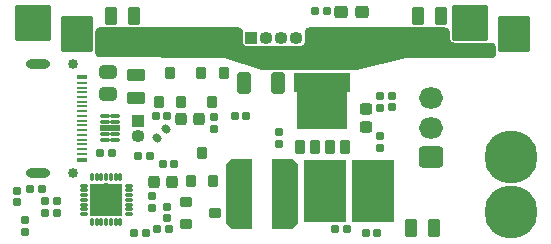
<source format=gts>
G04 #@! TF.GenerationSoftware,KiCad,Pcbnew,8.0.7-8.0.7-0~ubuntu24.04.1*
G04 #@! TF.CreationDate,2025-01-09T22:08:51-07:00*
G04 #@! TF.ProjectId,2s 40A PSU and charger,32732034-3041-4205-9053-5520616e6420,V1*
G04 #@! TF.SameCoordinates,Original*
G04 #@! TF.FileFunction,Soldermask,Top*
G04 #@! TF.FilePolarity,Negative*
%FSLAX46Y46*%
G04 Gerber Fmt 4.6, Leading zero omitted, Abs format (unit mm)*
G04 Created by KiCad (PCBNEW 8.0.7-8.0.7-0~ubuntu24.04.1) date 2025-01-09 22:08:51*
%MOMM*%
%LPD*%
G01*
G04 APERTURE LIST*
G04 Aperture macros list*
%AMRoundRect*
0 Rectangle with rounded corners*
0 $1 Rounding radius*
0 $2 $3 $4 $5 $6 $7 $8 $9 X,Y pos of 4 corners*
0 Add a 4 corners polygon primitive as box body*
4,1,4,$2,$3,$4,$5,$6,$7,$8,$9,$2,$3,0*
0 Add four circle primitives for the rounded corners*
1,1,$1+$1,$2,$3*
1,1,$1+$1,$4,$5*
1,1,$1+$1,$6,$7*
1,1,$1+$1,$8,$9*
0 Add four rect primitives between the rounded corners*
20,1,$1+$1,$2,$3,$4,$5,0*
20,1,$1+$1,$4,$5,$6,$7,0*
20,1,$1+$1,$6,$7,$8,$9,0*
20,1,$1+$1,$8,$9,$2,$3,0*%
%AMFreePoly0*
4,1,15,2.515355,1.085355,2.935355,0.665355,2.950000,0.630000,2.950000,-1.050000,2.935355,-1.085355,2.900000,-1.100000,-2.900000,-1.100000,-2.935355,-1.085355,-2.950000,-1.050000,-2.950000,0.630000,-2.935355,0.665355,-2.515355,1.085355,-2.480000,1.100000,2.480000,1.100000,2.515355,1.085355,2.515355,1.085355,$1*%
%AMFreePoly1*
4,1,21,2.135355,1.135355,2.150000,1.100000,2.150000,-1.950000,2.350000,-1.950000,2.385355,-1.964645,2.400000,-2.000000,2.400000,-3.500000,2.385355,-3.535355,2.350000,-3.550000,-2.350000,-3.550000,-2.385355,-3.535355,-2.400000,-3.500000,-2.400000,-2.000000,-2.385355,-1.964645,-2.350000,-1.950000,-2.150000,-1.950000,-2.150000,1.100000,-2.135355,1.135355,-2.100000,1.150000,2.100000,1.150000,
2.135355,1.135355,2.135355,1.135355,$1*%
G04 Aperture macros list end*
%ADD10C,0.000000*%
%ADD11RoundRect,0.055005X-0.360005X0.055005X-0.360005X-0.055005X0.360005X-0.055005X0.360005X0.055005X0*%
%ADD12RoundRect,0.105005X-0.310005X0.105005X-0.310005X-0.105005X0.310005X-0.105005X0.310005X0.105005X0*%
%ADD13C,0.850020*%
%ADD14O,2.050020X0.800020*%
%ADD15RoundRect,0.165000X0.165000X0.195000X-0.165000X0.195000X-0.165000X-0.195000X0.165000X-0.195000X0*%
%ADD16RoundRect,0.050000X-0.337500X0.125000X-0.337500X-0.125000X0.337500X-0.125000X0.337500X0.125000X0*%
%ADD17RoundRect,0.050000X-0.387500X0.200000X-0.387500X-0.200000X0.387500X-0.200000X0.387500X0.200000X0*%
%ADD18RoundRect,0.160000X-0.210000X0.160000X-0.210000X-0.160000X0.210000X-0.160000X0.210000X0.160000X0*%
%ADD19RoundRect,0.160000X0.210000X-0.160000X0.210000X0.160000X-0.210000X0.160000X-0.210000X-0.160000X0*%
%ADD20RoundRect,0.275000X-0.275000X-0.500000X0.275000X-0.500000X0.275000X0.500000X-0.275000X0.500000X0*%
%ADD21RoundRect,0.165000X-0.165000X-0.195000X0.165000X-0.195000X0.165000X0.195000X-0.165000X0.195000X0*%
%ADD22RoundRect,0.272222X0.340278X0.652778X-0.340278X0.652778X-0.340278X-0.652778X0.340278X-0.652778X0*%
%ADD23RoundRect,0.225000X0.225000X-0.275000X0.225000X0.275000X-0.225000X0.275000X-0.225000X-0.275000X0*%
%ADD24RoundRect,0.172500X0.197500X-0.172500X0.197500X0.172500X-0.197500X0.172500X-0.197500X-0.172500X0*%
%ADD25RoundRect,0.225000X-0.275000X-0.225000X0.275000X-0.225000X0.275000X0.225000X-0.275000X0.225000X0*%
%ADD26RoundRect,0.160000X0.160000X0.210000X-0.160000X0.210000X-0.160000X-0.210000X0.160000X-0.210000X0*%
%ADD27RoundRect,0.250000X-0.275000X0.250000X-0.275000X-0.250000X0.275000X-0.250000X0.275000X0.250000X0*%
%ADD28RoundRect,0.160000X-0.160000X-0.210000X0.160000X-0.210000X0.160000X0.210000X-0.160000X0.210000X0*%
%ADD29RoundRect,0.275000X0.275000X0.500000X-0.275000X0.500000X-0.275000X-0.500000X0.275000X-0.500000X0*%
%ADD30RoundRect,0.102000X1.400000X1.400000X-1.400000X1.400000X-1.400000X-1.400000X1.400000X-1.400000X0*%
%ADD31RoundRect,0.275000X0.500000X-0.275000X0.500000X0.275000X-0.500000X0.275000X-0.500000X-0.275000X0*%
%ADD32RoundRect,0.050000X1.750000X2.550000X-1.750000X2.550000X-1.750000X-2.550000X1.750000X-2.550000X0*%
%ADD33FreePoly0,90.000000*%
%ADD34FreePoly0,270.000000*%
%ADD35RoundRect,0.264706X0.760294X-0.635294X0.760294X0.635294X-0.760294X0.635294X-0.760294X-0.635294X0*%
%ADD36O,2.050000X1.800000*%
%ADD37RoundRect,0.160000X0.035355X-0.261630X0.261630X-0.035355X-0.035355X0.261630X-0.261630X0.035355X0*%
%ADD38RoundRect,0.100000X-1.250000X-1.400000X1.250000X-1.400000X1.250000X1.400000X-1.250000X1.400000X0*%
%ADD39RoundRect,0.050000X0.500000X-0.500000X0.500000X0.500000X-0.500000X0.500000X-0.500000X-0.500000X0*%
%ADD40O,1.100000X1.100000*%
%ADD41RoundRect,0.165000X-0.195000X0.165000X-0.195000X-0.165000X0.195000X-0.165000X0.195000X0.165000X0*%
%ADD42RoundRect,0.274390X0.475610X-0.288110X0.475610X0.288110X-0.475610X0.288110X-0.475610X-0.288110X0*%
%ADD43RoundRect,0.050000X-0.500000X-0.500000X0.500000X-0.500000X0.500000X0.500000X-0.500000X0.500000X0*%
%ADD44RoundRect,0.262500X0.312500X0.262500X-0.312500X0.262500X-0.312500X-0.262500X0.312500X-0.262500X0*%
%ADD45RoundRect,0.200000X0.200000X0.425000X-0.200000X0.425000X-0.200000X-0.425000X0.200000X-0.425000X0*%
%ADD46FreePoly1,180.000000*%
%ADD47RoundRect,0.225000X-0.225000X0.275000X-0.225000X-0.275000X0.225000X-0.275000X0.225000X0.275000X0*%
%ADD48C,0.800000*%
%ADD49C,4.500000*%
%ADD50O,0.300000X0.699999*%
%ADD51O,0.699999X0.300000*%
%ADD52C,0.700000*%
%ADD53RoundRect,0.050000X-1.300000X1.300000X-1.300000X-1.300000X1.300000X-1.300000X1.300000X1.300000X0*%
%ADD54RoundRect,0.250000X0.250000X0.275000X-0.250000X0.275000X-0.250000X-0.275000X0.250000X-0.275000X0*%
%ADD55RoundRect,0.250000X-0.250000X-0.275000X0.250000X-0.275000X0.250000X0.275000X-0.250000X0.275000X0*%
G04 APERTURE END LIST*
D10*
G04 #@! TO.C,U3*
G36*
X115412600Y-129963500D02*
G01*
X115036500Y-129963500D01*
X115036500Y-127236500D01*
X115412600Y-127236500D01*
X115412600Y-129963500D01*
G37*
G36*
X117763500Y-127612600D02*
G01*
X115036500Y-127612600D01*
X115036500Y-127236500D01*
X117763500Y-127236500D01*
X117763500Y-127612600D01*
G37*
G36*
X117763500Y-128400000D02*
G01*
X115036500Y-128400000D01*
X115036500Y-128012600D01*
X117763500Y-128012600D01*
X117763500Y-128400000D01*
G37*
G36*
X117763500Y-129187400D02*
G01*
X115036500Y-129187400D01*
X115036500Y-128800000D01*
X117763500Y-128800000D01*
X117763500Y-129187400D01*
G37*
G36*
X117763500Y-129963500D02*
G01*
X115036500Y-129963500D01*
X115036500Y-129587400D01*
X117763500Y-129587400D01*
X117763500Y-129963500D01*
G37*
G36*
X116200000Y-129963500D02*
G01*
X115812600Y-129963500D01*
X115812600Y-127236500D01*
X116200000Y-127236500D01*
X116200000Y-129963500D01*
G37*
G36*
X116987400Y-129963500D02*
G01*
X116600000Y-129963500D01*
X116600000Y-127236500D01*
X116987400Y-127236500D01*
X116987400Y-129963500D01*
G37*
G36*
X117763500Y-129963500D02*
G01*
X117387400Y-129963500D01*
X117387400Y-127236500D01*
X117763500Y-127236500D01*
X117763500Y-129963500D01*
G37*
G04 #@! TD*
D11*
G04 #@! TO.C,J10*
X114350000Y-118700000D03*
X114350000Y-119500000D03*
X114350000Y-120300000D03*
X114350000Y-121100000D03*
X114350000Y-121500000D03*
X114350000Y-121900000D03*
X114350000Y-123500000D03*
X114350000Y-124300000D03*
X114350000Y-124700000D03*
X114350000Y-123900000D03*
X114350000Y-123100000D03*
X114350000Y-122700000D03*
X114350000Y-122300000D03*
X114350000Y-120700000D03*
X114350000Y-119900000D03*
X114350000Y-119100000D03*
D12*
X114350000Y-118185000D03*
X114350000Y-125215000D03*
D13*
X113590000Y-117105000D03*
D14*
X110610000Y-117105000D03*
D13*
X113590000Y-126295000D03*
D14*
X110610000Y-126295000D03*
G04 #@! TD*
D15*
G04 #@! TO.C,C9*
X120080000Y-124900000D03*
X119120000Y-124900000D03*
G04 #@! TD*
D16*
G04 #@! TO.C,D11*
X116300000Y-121500000D03*
X116300000Y-122000000D03*
D17*
X116350000Y-122500000D03*
D16*
X116300000Y-123000000D03*
X116300000Y-123500000D03*
X117175000Y-123500000D03*
X117175000Y-123000000D03*
D17*
X117125000Y-122500000D03*
D16*
X117175000Y-122000000D03*
X117175000Y-121500000D03*
G04 #@! TD*
D18*
G04 #@! TO.C,R24*
X109500000Y-130290000D03*
X109500000Y-131310000D03*
G04 #@! TD*
D19*
G04 #@! TO.C,R20*
X120300000Y-129310000D03*
X120300000Y-128290000D03*
G04 #@! TD*
D18*
G04 #@! TO.C,R10*
X139600000Y-123190000D03*
X139600000Y-124210000D03*
G04 #@! TD*
D20*
G04 #@! TO.C,C20*
X142250000Y-131000000D03*
X144150000Y-131000000D03*
G04 #@! TD*
D21*
G04 #@! TO.C,C23*
X138370000Y-131400000D03*
X139330000Y-131400000D03*
G04 #@! TD*
D22*
G04 #@! TO.C,R1*
X130962500Y-118700000D03*
X128037500Y-118700000D03*
G04 #@! TD*
D23*
G04 #@! TO.C,Q1*
X120850000Y-120300000D03*
X122750000Y-120300000D03*
X121800000Y-117900000D03*
G04 #@! TD*
D24*
G04 #@! TO.C,D1*
X140600000Y-120785000D03*
X140600000Y-119815000D03*
G04 #@! TD*
D25*
G04 #@! TO.C,Q5*
X123200000Y-128750000D03*
X123200000Y-130650000D03*
X125600000Y-129700000D03*
G04 #@! TD*
D26*
G04 #@! TO.C,R19*
X116910000Y-124600000D03*
X115890000Y-124600000D03*
G04 #@! TD*
D27*
G04 #@! TO.C,C2*
X138400000Y-120925000D03*
X138400000Y-122475000D03*
G04 #@! TD*
D28*
G04 #@! TO.C,R25*
X134090000Y-112600000D03*
X135110000Y-112600000D03*
G04 #@! TD*
D21*
G04 #@! TO.C,C10*
X127320000Y-121500000D03*
X128280000Y-121500000D03*
G04 #@! TD*
D29*
G04 #@! TO.C,C12*
X118750000Y-113000000D03*
X116850000Y-113000000D03*
G04 #@! TD*
D21*
G04 #@! TO.C,C5*
X120620000Y-121500000D03*
X121580000Y-121500000D03*
G04 #@! TD*
D30*
G04 #@! TO.C,J3*
X110250000Y-113650000D03*
G04 #@! TD*
D31*
G04 #@! TO.C,C7*
X118900000Y-119950000D03*
X118900000Y-118050000D03*
G04 #@! TD*
D32*
G04 #@! TO.C,R18*
X139005000Y-127850000D03*
X134895000Y-127850000D03*
G04 #@! TD*
D24*
G04 #@! TO.C,D3*
X108900000Y-128785000D03*
X108900000Y-127815000D03*
G04 #@! TD*
D19*
G04 #@! TO.C,R3*
X139600000Y-120810000D03*
X139600000Y-119790000D03*
G04 #@! TD*
D33*
G04 #@! TO.C,L2*
X127650000Y-128100000D03*
D34*
X131550000Y-128100000D03*
G04 #@! TD*
D35*
G04 #@! TO.C,J2*
X143900000Y-125000000D03*
D36*
X143900000Y-122500000D03*
X143900000Y-120000000D03*
G04 #@! TD*
D37*
G04 #@! TO.C,R8*
X120739376Y-123360624D03*
X121460624Y-122639376D03*
G04 #@! TD*
D38*
G04 #@! TO.C,J5*
X113950000Y-114600000D03*
G04 #@! TD*
D28*
G04 #@! TO.C,R23*
X109990000Y-127700000D03*
X111010000Y-127700000D03*
G04 #@! TD*
D39*
G04 #@! TO.C,J11*
X128690000Y-114900000D03*
D40*
X129960000Y-114900000D03*
X131230000Y-114900000D03*
X132500000Y-114900000D03*
G04 #@! TD*
D23*
G04 #@! TO.C,Q4*
X123550000Y-127000000D03*
X125450000Y-127000000D03*
X124500000Y-124600000D03*
G04 #@! TD*
D41*
G04 #@! TO.C,C21*
X121600000Y-129220000D03*
X121600000Y-130180000D03*
G04 #@! TD*
D42*
G04 #@! TO.C,R2*
X116600000Y-119612500D03*
X116600000Y-117787500D03*
G04 #@! TD*
D21*
G04 #@! TO.C,C11*
X121220000Y-125600000D03*
X122180000Y-125600000D03*
G04 #@! TD*
D26*
G04 #@! TO.C,R21*
X121710000Y-131100000D03*
X120690000Y-131100000D03*
G04 #@! TD*
D43*
G04 #@! TO.C,J12*
X119100000Y-121900000D03*
D40*
X119100000Y-123170000D03*
G04 #@! TD*
D44*
G04 #@! TO.C,D4*
X138075000Y-112700000D03*
X136325000Y-112700000D03*
G04 #@! TD*
D20*
G04 #@! TO.C,C14*
X142850000Y-113000000D03*
X144750000Y-113000000D03*
G04 #@! TD*
D26*
G04 #@! TO.C,R29*
X112210000Y-128700000D03*
X111190000Y-128700000D03*
G04 #@! TD*
D21*
G04 #@! TO.C,C22*
X135820000Y-131100000D03*
X136780000Y-131100000D03*
G04 #@! TD*
D45*
G04 #@! TO.C,Q3*
X132795000Y-124125000D03*
X134065000Y-124125000D03*
X135335000Y-124125000D03*
X136605000Y-124125000D03*
D46*
X134700000Y-121400000D03*
G04 #@! TD*
D18*
G04 #@! TO.C,R12*
X131000000Y-122890000D03*
X131000000Y-123910000D03*
G04 #@! TD*
D47*
G04 #@! TO.C,Q2*
X126350000Y-117900000D03*
X124450000Y-117900000D03*
X125400000Y-120300000D03*
G04 #@! TD*
D19*
G04 #@! TO.C,R7*
X125500000Y-122609999D03*
X125500000Y-121590001D03*
G04 #@! TD*
D30*
G04 #@! TO.C,J1*
X147199999Y-113650000D03*
G04 #@! TD*
D48*
G04 #@! TO.C,H1*
X149050000Y-129600000D03*
X149533274Y-128433274D03*
X149533274Y-130766726D03*
X150700000Y-127950000D03*
D49*
X150700000Y-129600000D03*
D48*
X150700000Y-131250000D03*
X151866726Y-128433274D03*
X151866726Y-130766726D03*
X152350000Y-129600000D03*
G04 #@! TD*
D50*
G04 #@! TO.C,U3*
X117600000Y-126700001D03*
X117200001Y-126700001D03*
X116799999Y-126700001D03*
X116400000Y-126700001D03*
X116000001Y-126700001D03*
X115599999Y-126700001D03*
X115200000Y-126700001D03*
D51*
X114500001Y-127400000D03*
X114500001Y-127799999D03*
X114500001Y-128200001D03*
X114500001Y-128600000D03*
X114500001Y-128999999D03*
X114500001Y-129400001D03*
X114500001Y-129800000D03*
D50*
X115200000Y-130500001D03*
X115599999Y-130500001D03*
X116000001Y-130500001D03*
X116400000Y-130500001D03*
X116799999Y-130500001D03*
X117200001Y-130500001D03*
X117600000Y-130500001D03*
D51*
X118299999Y-129800000D03*
X118299999Y-129400001D03*
X118299999Y-128999999D03*
X118299999Y-128600000D03*
X118299999Y-128200001D03*
X118299999Y-127799999D03*
X118299999Y-127400000D03*
D52*
X116400000Y-127550000D03*
X117450000Y-128600000D03*
X116400000Y-128600000D03*
D53*
X116400000Y-128600000D03*
D52*
X115350000Y-128600000D03*
X116400000Y-129650000D03*
G04 #@! TD*
D38*
G04 #@! TO.C,J4*
X150950000Y-114600000D03*
G04 #@! TD*
D54*
G04 #@! TO.C,C6*
X124275000Y-121800000D03*
X122725000Y-121800000D03*
G04 #@! TD*
D55*
G04 #@! TO.C,C17*
X120425000Y-127100000D03*
X121975000Y-127100000D03*
G04 #@! TD*
D26*
G04 #@! TO.C,R11*
X112210000Y-129700000D03*
X111190000Y-129700000D03*
G04 #@! TD*
G04 #@! TO.C,R22*
X119810000Y-131400000D03*
X118790000Y-131400000D03*
G04 #@! TD*
D48*
G04 #@! TO.C,H2*
X149533274Y-123833274D03*
X150700000Y-123350000D03*
X149050000Y-125000000D03*
X151866726Y-123833274D03*
D49*
X150700000Y-125000000D03*
D48*
X149533274Y-126166726D03*
X152350000Y-125000000D03*
X150700000Y-126650000D03*
X151866726Y-126166726D03*
G04 #@! TD*
G36*
X127591863Y-113998367D02*
G01*
X127611206Y-113999963D01*
X127705488Y-114015244D01*
X127742253Y-114027320D01*
X127818461Y-114066419D01*
X127849713Y-114089240D01*
X127910158Y-114149927D01*
X127932855Y-114181272D01*
X127971649Y-114257638D01*
X127983577Y-114294449D01*
X127998481Y-114388786D01*
X128000000Y-114408136D01*
X128000000Y-115200005D01*
X128019575Y-115323604D01*
X128076394Y-115435114D01*
X128076397Y-115435119D01*
X128164880Y-115523602D01*
X128164885Y-115523605D01*
X128276396Y-115580424D01*
X128276395Y-115580424D01*
X128399995Y-115600000D01*
X132800005Y-115600000D01*
X132923604Y-115580424D01*
X133035114Y-115523605D01*
X133035119Y-115523602D01*
X133123602Y-115435119D01*
X133123605Y-115435114D01*
X133180424Y-115323604D01*
X133200000Y-115200005D01*
X133200000Y-114409755D01*
X133201527Y-114390358D01*
X133216504Y-114295793D01*
X133228492Y-114258895D01*
X133267477Y-114182383D01*
X133290281Y-114150997D01*
X133350997Y-114090281D01*
X133382383Y-114067477D01*
X133458895Y-114028492D01*
X133495793Y-114016503D01*
X133590359Y-114001526D01*
X133609756Y-114000000D01*
X145090244Y-114000000D01*
X145109641Y-114001527D01*
X145204206Y-114016504D01*
X145241104Y-114028492D01*
X145317616Y-114067477D01*
X145349002Y-114090281D01*
X145409718Y-114150997D01*
X145432522Y-114182383D01*
X145471507Y-114258895D01*
X145483495Y-114295792D01*
X145498473Y-114390357D01*
X145500000Y-114409755D01*
X145500000Y-114900005D01*
X145519575Y-115023604D01*
X145576394Y-115135114D01*
X145576397Y-115135119D01*
X145664880Y-115223602D01*
X145664885Y-115223605D01*
X145776396Y-115280424D01*
X145776395Y-115280424D01*
X145899995Y-115300000D01*
X148990244Y-115300000D01*
X149009641Y-115301527D01*
X149104206Y-115316504D01*
X149141104Y-115328492D01*
X149217616Y-115367477D01*
X149249002Y-115390281D01*
X149309718Y-115450997D01*
X149332522Y-115482383D01*
X149371507Y-115558895D01*
X149383495Y-115595792D01*
X149398473Y-115690357D01*
X149400000Y-115709755D01*
X149400000Y-116190244D01*
X149398473Y-116209642D01*
X149383495Y-116304207D01*
X149371507Y-116341104D01*
X149332522Y-116417616D01*
X149309718Y-116449002D01*
X149249002Y-116509718D01*
X149217616Y-116532522D01*
X149141104Y-116571507D01*
X149104207Y-116583495D01*
X149009642Y-116598473D01*
X148990244Y-116600000D01*
X141846951Y-116600000D01*
X141800338Y-116602727D01*
X141800312Y-116602730D01*
X141754316Y-116610877D01*
X141754296Y-116610881D01*
X137649203Y-117588284D01*
X137642109Y-117589755D01*
X137606823Y-117596005D01*
X137592441Y-117597694D01*
X137556662Y-117599788D01*
X137549417Y-117600000D01*
X129762037Y-117600000D01*
X129753176Y-117599683D01*
X129709447Y-117596550D01*
X129691907Y-117594024D01*
X129649068Y-117584689D01*
X129640480Y-117582493D01*
X126354366Y-116615989D01*
X126299422Y-116603951D01*
X126243335Y-116599737D01*
X115907879Y-116551888D01*
X115888545Y-116550280D01*
X115794311Y-116534952D01*
X115757566Y-116522863D01*
X115681404Y-116483745D01*
X115650173Y-116460921D01*
X115589771Y-116400239D01*
X115567092Y-116368902D01*
X115528327Y-116292559D01*
X115516408Y-116255758D01*
X115501518Y-116161460D01*
X115500000Y-116142120D01*
X115500000Y-114361388D01*
X115501534Y-114341943D01*
X115516587Y-114247140D01*
X115528637Y-114210156D01*
X115567811Y-114133503D01*
X115590720Y-114102077D01*
X115651710Y-114041329D01*
X115683232Y-114018542D01*
X115760042Y-113979676D01*
X115797070Y-113967776D01*
X115891928Y-113953102D01*
X115911381Y-113951645D01*
X127591863Y-113998367D01*
G37*
M02*

</source>
